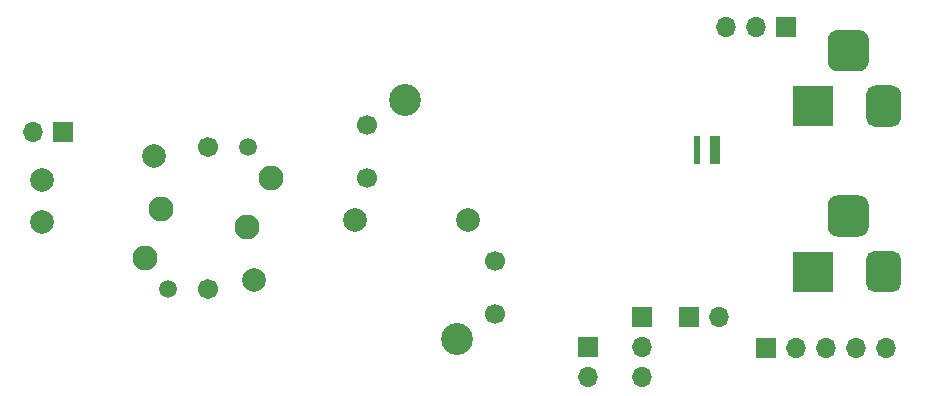
<source format=gbs>
G04 #@! TF.GenerationSoftware,KiCad,Pcbnew,(5.1.6-0-10_14)*
G04 #@! TF.CreationDate,2021-11-10T21:38:56+09:00*
G04 #@! TF.ProjectId,peltier+relay,70656c74-6965-4722-9b72-656c61792e6b,rev?*
G04 #@! TF.SameCoordinates,Original*
G04 #@! TF.FileFunction,Soldermask,Bot*
G04 #@! TF.FilePolarity,Negative*
%FSLAX46Y46*%
G04 Gerber Fmt 4.6, Leading zero omitted, Abs format (unit mm)*
G04 Created by KiCad (PCBNEW (5.1.6-0-10_14)) date 2021-11-10 21:38:56*
%MOMM*%
%LPD*%
G01*
G04 APERTURE LIST*
%ADD10C,0.100000*%
%ADD11O,1.700000X1.700000*%
%ADD12R,1.700000X1.700000*%
%ADD13C,2.000000*%
%ADD14R,3.500000X3.500000*%
%ADD15C,2.700000*%
%ADD16C,1.700000*%
%ADD17C,2.108200*%
%ADD18C,2.006600*%
%ADD19C,1.701800*%
%ADD20C,1.498600*%
G04 APERTURE END LIST*
D10*
G36*
X161340000Y-92560000D02*
G01*
X162140000Y-92560000D01*
X162140000Y-94860000D01*
X161340000Y-94860000D01*
X161340000Y-92560000D01*
G37*
G36*
X159940000Y-92560000D02*
G01*
X160440000Y-92560000D01*
X160440000Y-94860000D01*
X159940000Y-94860000D01*
X159940000Y-92560000D01*
G37*
D11*
X176160000Y-110500000D03*
X173620000Y-110500000D03*
X171080000Y-110500000D03*
X168540000Y-110500000D03*
D12*
X166000000Y-110500000D03*
D13*
X104750000Y-99770000D03*
X104750000Y-96270000D03*
D11*
X162050000Y-107810000D03*
D12*
X159510000Y-107810000D03*
D11*
X155560000Y-112890000D03*
X155560000Y-110350000D03*
D12*
X155560000Y-107810000D03*
D14*
X170000000Y-104000000D03*
G36*
G01*
X177500000Y-103000000D02*
X177500000Y-105000000D01*
G75*
G02*
X176750000Y-105750000I-750000J0D01*
G01*
X175250000Y-105750000D01*
G75*
G02*
X174500000Y-105000000I0J750000D01*
G01*
X174500000Y-103000000D01*
G75*
G02*
X175250000Y-102250000I750000J0D01*
G01*
X176750000Y-102250000D01*
G75*
G02*
X177500000Y-103000000I0J-750000D01*
G01*
G37*
G36*
G01*
X174750000Y-98425000D02*
X174750000Y-100175000D01*
G75*
G02*
X173875000Y-101050000I-875000J0D01*
G01*
X172125000Y-101050000D01*
G75*
G02*
X171250000Y-100175000I0J875000D01*
G01*
X171250000Y-98425000D01*
G75*
G02*
X172125000Y-97550000I875000J0D01*
G01*
X173875000Y-97550000D01*
G75*
G02*
X174750000Y-98425000I0J-875000D01*
G01*
G37*
G36*
G01*
X174750000Y-84425000D02*
X174750000Y-86175000D01*
G75*
G02*
X173875000Y-87050000I-875000J0D01*
G01*
X172125000Y-87050000D01*
G75*
G02*
X171250000Y-86175000I0J875000D01*
G01*
X171250000Y-84425000D01*
G75*
G02*
X172125000Y-83550000I875000J0D01*
G01*
X173875000Y-83550000D01*
G75*
G02*
X174750000Y-84425000I0J-875000D01*
G01*
G37*
G36*
G01*
X177500000Y-89000000D02*
X177500000Y-91000000D01*
G75*
G02*
X176750000Y-91750000I-750000J0D01*
G01*
X175250000Y-91750000D01*
G75*
G02*
X174500000Y-91000000I0J750000D01*
G01*
X174500000Y-89000000D01*
G75*
G02*
X175250000Y-88250000I750000J0D01*
G01*
X176750000Y-88250000D01*
G75*
G02*
X177500000Y-89000000I0J-750000D01*
G01*
G37*
X170000000Y-90000000D03*
D15*
X139880000Y-109710000D03*
D16*
X143130000Y-107610000D03*
X143130000Y-103110000D03*
D13*
X140780000Y-99610000D03*
D15*
X135480000Y-89510000D03*
D16*
X132230000Y-91610000D03*
X132230000Y-96110000D03*
D13*
X131280000Y-99610000D03*
D17*
X114830000Y-98720000D03*
D18*
X114230000Y-94220000D03*
D19*
X118780000Y-93420000D03*
D20*
X122180000Y-93420000D03*
D17*
X124130000Y-96070000D03*
X122130000Y-100220000D03*
D18*
X122730000Y-104720000D03*
D19*
X118780000Y-105520000D03*
D20*
X115380000Y-105520000D03*
D17*
X113430000Y-102870000D03*
D11*
X151000000Y-112890000D03*
D12*
X151000000Y-110350000D03*
D11*
X162690010Y-83330008D03*
X165230010Y-83330008D03*
D12*
X167770010Y-83330008D03*
D11*
X103940000Y-92160000D03*
D12*
X106480000Y-92160000D03*
M02*

</source>
